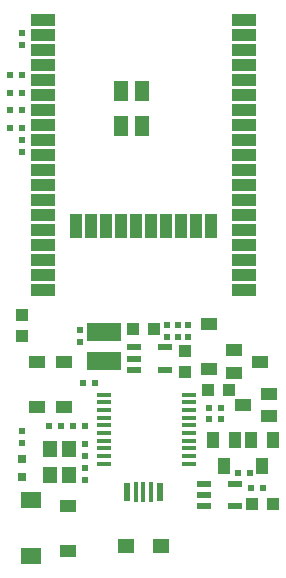
<source format=gbr>
G04 #@! TF.GenerationSoftware,KiCad,Pcbnew,5.1.5-52549c5~84~ubuntu18.04.1*
G04 #@! TF.CreationDate,2020-03-19T15:54:58+02:00*
G04 #@! TF.ProjectId,ESP32-DevKit-Lipo_Rev_C,45535033-322d-4446-9576-4b69742d4c69,C*
G04 #@! TF.SameCoordinates,Original*
G04 #@! TF.FileFunction,Paste,Top*
G04 #@! TF.FilePolarity,Positive*
%FSLAX46Y46*%
G04 Gerber Fmt 4.6, Leading zero omitted, Abs format (unit mm)*
G04 Created by KiCad (PCBNEW 5.1.5-52549c5~84~ubuntu18.04.1) date 2020-03-19 15:54:58*
%MOMM*%
%LPD*%
G04 APERTURE LIST*
%ADD10R,1.200000X1.800000*%
%ADD11R,2.101600X1.001600*%
%ADD12R,1.001600X2.101600*%
%ADD13R,0.800000X0.800000*%
%ADD14R,1.200000X1.400000*%
%ADD15R,1.016000X1.016000*%
%ADD16R,1.400000X1.000000*%
%ADD17R,3.000000X1.600000*%
%ADD18R,1.000000X1.400000*%
%ADD19R,1.200000X0.550000*%
%ADD20R,1.270000X0.325000*%
%ADD21R,0.500000X1.650000*%
%ADD22R,0.396120X1.721120*%
%ADD23R,1.354000X1.254000*%
%ADD24R,1.754000X1.327000*%
%ADD25R,0.550000X0.500000*%
%ADD26R,0.500000X0.550000*%
G04 APERTURE END LIST*
D10*
X143410000Y-81522000D03*
X143410000Y-78522000D03*
X141610000Y-81522000D03*
D11*
X152010000Y-94102000D03*
X152010000Y-92832000D03*
X152010000Y-91562000D03*
X152010000Y-90292000D03*
X152010000Y-95372000D03*
X135010000Y-95372000D03*
X135010000Y-90292000D03*
X135010000Y-91562000D03*
X135010000Y-92832000D03*
X135010000Y-94102000D03*
D10*
X141610000Y-78522000D03*
D11*
X135010000Y-72512000D03*
X135010000Y-73782000D03*
X135010000Y-75052000D03*
X135010000Y-76322000D03*
X135010000Y-77592000D03*
X135010000Y-78862000D03*
X135010000Y-80132000D03*
X135010000Y-81402000D03*
X135010000Y-82672000D03*
X135010000Y-83942000D03*
X135010000Y-85212000D03*
X135010000Y-86482000D03*
X135010000Y-87752000D03*
X135010000Y-89022000D03*
D12*
X137810000Y-90022000D03*
X139080000Y-90022000D03*
X140350000Y-90022000D03*
X141620000Y-90022000D03*
X142890000Y-90022000D03*
X144160000Y-90022000D03*
X145430000Y-90022000D03*
X146700000Y-90022000D03*
X147970000Y-90022000D03*
X149240000Y-90022000D03*
D11*
X152010000Y-89022000D03*
X152010000Y-87752000D03*
X152010000Y-86482000D03*
X152010000Y-85212000D03*
X152010000Y-83942000D03*
X152010000Y-82672000D03*
X152010000Y-81402000D03*
X152010000Y-80132000D03*
X152010000Y-78862000D03*
X152010000Y-77592000D03*
X152010000Y-76322000D03*
X152010000Y-75052000D03*
X152010000Y-73782000D03*
X152010000Y-72512000D03*
D13*
X133223000Y-109728000D03*
X133223000Y-111252000D03*
D14*
X137198000Y-108839000D03*
X135598000Y-111039000D03*
X137198000Y-111039000D03*
X135598000Y-108839000D03*
D15*
X150749000Y-103886000D03*
X148971000Y-103886000D03*
D16*
X151165560Y-100523040D03*
X151165560Y-102425500D03*
X153375360Y-101470460D03*
D17*
X140208000Y-99003000D03*
X140208000Y-101403000D03*
D18*
X151317960Y-108112560D03*
X149415500Y-108112560D03*
X150370540Y-110322360D03*
X154492960Y-108112560D03*
X152590500Y-108112560D03*
X153545540Y-110322360D03*
D19*
X148687000Y-111826000D03*
X148687000Y-112776000D03*
X148687000Y-113726000D03*
X151287000Y-111826000D03*
X151287000Y-113726000D03*
D20*
X140144500Y-104263000D03*
X140144500Y-104913000D03*
X140144500Y-105563000D03*
X140144500Y-106213000D03*
X140144500Y-106863000D03*
X140144500Y-107513000D03*
X140144500Y-108163000D03*
X140144500Y-108813000D03*
X140144500Y-109463000D03*
X140144500Y-110113000D03*
X147383500Y-110113000D03*
X147383500Y-109463000D03*
X147383500Y-108813000D03*
X147383500Y-108163000D03*
X147383500Y-107513000D03*
X147383500Y-106863000D03*
X147383500Y-106213000D03*
X147383500Y-105563000D03*
X147383500Y-104913000D03*
X147383500Y-104263000D03*
D19*
X142718000Y-100269000D03*
X142718000Y-101219000D03*
X142718000Y-102169000D03*
X145318000Y-100269000D03*
X145318000Y-102169000D03*
D16*
X151935000Y-105156000D03*
X154135000Y-104206000D03*
X154135000Y-106106000D03*
D21*
X142122500Y-112547000D03*
D22*
X142860000Y-112547000D03*
X143510000Y-112547000D03*
X144160000Y-112547000D03*
D21*
X144897500Y-112547000D03*
D23*
X142010000Y-117097000D03*
X145010000Y-117097000D03*
D24*
X133985000Y-117960000D03*
X133985000Y-113180000D03*
D16*
X137160000Y-113670000D03*
X137160000Y-117470000D03*
X149098000Y-98303000D03*
X149098000Y-102103000D03*
X136779000Y-101478000D03*
X136779000Y-105278000D03*
X134493000Y-105278000D03*
X134493000Y-101478000D03*
D15*
X154495500Y-113538000D03*
X152717500Y-113538000D03*
X147066000Y-100584000D03*
X147066000Y-102362000D03*
X144399000Y-98679000D03*
X142621000Y-98679000D03*
D25*
X147320000Y-98361500D03*
X147320000Y-99377500D03*
X133223000Y-82677000D03*
X133223000Y-83693000D03*
X133223000Y-107315000D03*
X133223000Y-108331000D03*
D26*
X153670000Y-112141000D03*
X152654000Y-112141000D03*
X132207000Y-80137001D03*
X133223000Y-80137001D03*
X136525000Y-106934000D03*
X135509000Y-106934000D03*
D25*
X138112500Y-98806000D03*
X138112500Y-99822000D03*
D26*
X150114000Y-106299000D03*
X149098000Y-106299000D03*
X150114000Y-105410000D03*
X149098000Y-105410000D03*
X151511000Y-110871000D03*
X152527000Y-110871000D03*
D25*
X145542000Y-98361500D03*
X145542000Y-99377500D03*
X146431000Y-98361500D03*
X146431000Y-99377500D03*
X133223000Y-74676000D03*
X133223000Y-73660000D03*
D26*
X133223000Y-77216000D03*
X132207000Y-77216000D03*
X132207000Y-78740000D03*
X133223000Y-78740000D03*
X138430000Y-103251000D03*
X139446000Y-103251000D03*
D25*
X138557000Y-108458000D03*
X138557000Y-109474000D03*
X138557000Y-111506000D03*
X138557000Y-110490000D03*
D26*
X137541000Y-106934000D03*
X138557000Y-106934000D03*
X133222999Y-81661000D03*
X132206999Y-81661000D03*
D15*
X133223000Y-99314000D03*
X133223000Y-97536000D03*
M02*

</source>
